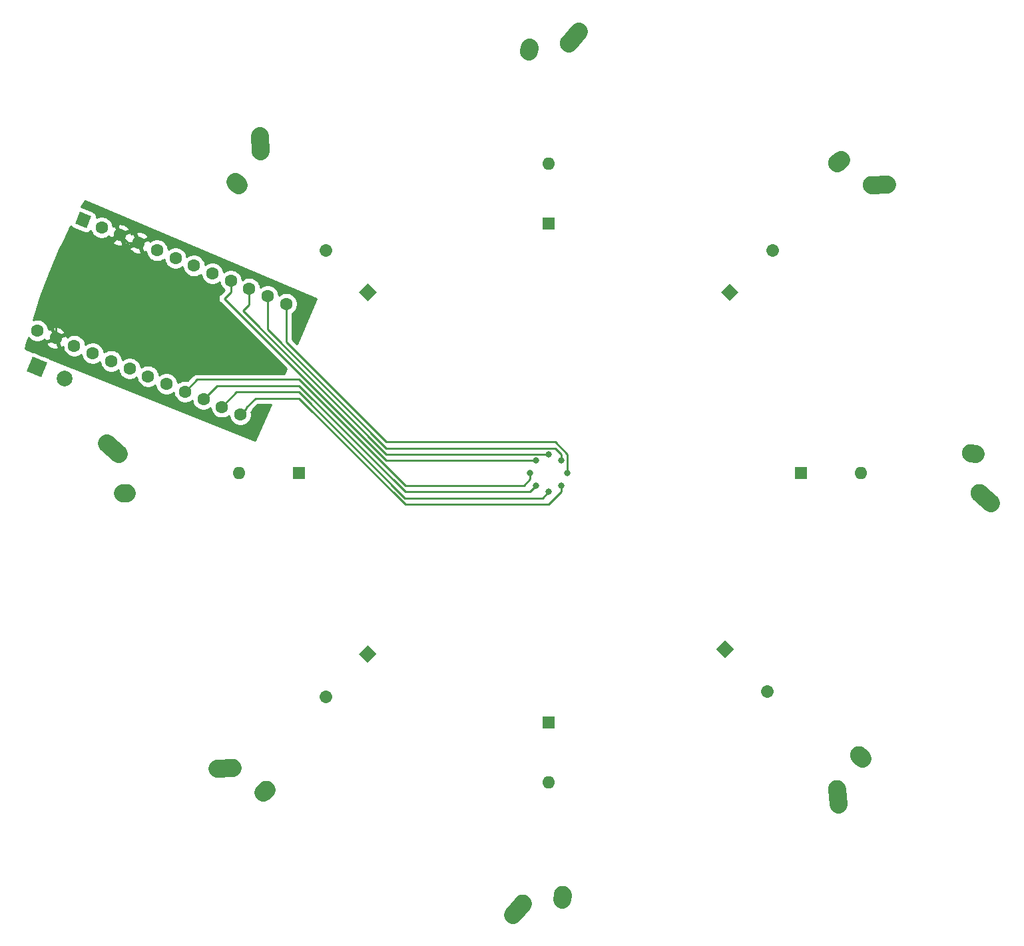
<source format=gbr>
G04 #@! TF.GenerationSoftware,KiCad,Pcbnew,(5.1.5)-3*
G04 #@! TF.CreationDate,2020-04-05T11:07:58-04:00*
G04 #@! TF.ProjectId,OctoPad,4f63746f-5061-4642-9e6b-696361645f70,rev?*
G04 #@! TF.SameCoordinates,Original*
G04 #@! TF.FileFunction,Copper,L2,Bot*
G04 #@! TF.FilePolarity,Positive*
%FSLAX46Y46*%
G04 Gerber Fmt 4.6, Leading zero omitted, Abs format (unit mm)*
G04 Created by KiCad (PCBNEW (5.1.5)-3) date 2020-04-05 11:07:58*
%MOMM*%
%LPD*%
G04 APERTURE LIST*
%ADD10C,1.998980*%
%ADD11C,0.100000*%
%ADD12C,2.250000*%
%ADD13C,2.250000*%
%ADD14C,1.600000*%
%ADD15C,1.600000*%
%ADD16O,1.600000X1.600000*%
%ADD17R,1.600000X1.600000*%
%ADD18C,0.800000*%
%ADD19C,0.250000*%
%ADD20C,0.254000*%
G04 APERTURE END LIST*
D10*
X97976231Y-102264274D03*
G04 #@! TA.AperFunction,ComponentPad*
D11*
G36*
X93150353Y-101347170D02*
G01*
X93915330Y-99500353D01*
X95762147Y-100265330D01*
X94997170Y-102112147D01*
X93150353Y-101347170D01*
G37*
G04 #@! TD.AperFunction*
D12*
X214281250Y-116800000D03*
D13*
X215741250Y-118110000D02*
X214281250Y-116799998D01*
D12*
X213201250Y-111760000D03*
D13*
X213781250Y-111800000D02*
X213201250Y-111760000D01*
D14*
X94508605Y-96150124D03*
X96855259Y-97122140D03*
X99201913Y-98094156D03*
X101548567Y-99066172D03*
X103895221Y-100038188D03*
X106241875Y-101010204D03*
X108588529Y-101982220D03*
X110935183Y-102954236D03*
X113281837Y-103926252D03*
X115628491Y-104898268D03*
X117975145Y-105870284D03*
X120321799Y-106842300D03*
X126153895Y-92762376D03*
X123807241Y-91790360D03*
X121460587Y-90818344D03*
X119113933Y-89846328D03*
X116767279Y-88874312D03*
X114420625Y-87902296D03*
X112073971Y-86930280D03*
X109727317Y-85958264D03*
X107380663Y-84986248D03*
X105034009Y-84014232D03*
X102687355Y-83042216D03*
G04 #@! TA.AperFunction,ComponentPad*
D11*
G36*
X99295451Y-82503157D02*
G01*
X99907744Y-81024950D01*
X101385951Y-81637243D01*
X100773658Y-83115450D01*
X99295451Y-82503157D01*
G37*
G04 #@! TD.AperFunction*
D12*
X196222556Y-154514340D03*
D13*
X196328622Y-156473026D02*
X196222558Y-154514340D01*
D12*
X199022699Y-150186846D03*
D13*
X199404536Y-150625253D02*
X199022698Y-150186847D01*
D12*
X200551840Y-77621194D03*
D13*
X202510526Y-77515128D02*
X200551840Y-77621192D01*
D12*
X196224346Y-74821051D03*
D13*
X196662753Y-74439214D02*
X196224347Y-74821052D01*
D12*
X162043750Y-59562500D03*
D13*
X163353750Y-58102500D02*
X162043748Y-59562500D01*
D12*
X157003750Y-60642500D03*
D13*
X157043750Y-60062500D02*
X157003750Y-60642500D01*
D12*
X122864944Y-73291910D03*
D13*
X122758878Y-71333224D02*
X122864942Y-73291910D01*
D12*
X120064801Y-77619404D03*
D13*
X119682964Y-77180997D02*
X120064802Y-77619403D01*
D12*
X104806250Y-111800000D03*
D13*
X103346250Y-110490000D02*
X104806250Y-111800002D01*
D12*
X105886250Y-116840000D03*
D13*
X105306250Y-116800000D02*
X105886250Y-116840000D01*
D12*
X119329410Y-151772556D03*
D13*
X117370724Y-151878622D02*
X119329410Y-151772558D01*
D12*
X123656904Y-154572699D03*
D13*
X123218497Y-154954536D02*
X123656903Y-154572698D01*
D12*
X156250000Y-169037500D03*
D13*
X154940000Y-170497500D02*
X156250002Y-169037500D01*
D12*
X161290000Y-167957500D03*
D13*
X161250000Y-168537500D02*
X161290000Y-167957500D01*
D15*
X187325000Y-142081250D02*
X187325000Y-142081250D01*
G04 #@! TA.AperFunction,ComponentPad*
D11*
G36*
X180805475Y-136693096D02*
G01*
X181936846Y-135561725D01*
X183068217Y-136693096D01*
X181936846Y-137824467D01*
X180805475Y-136693096D01*
G37*
G04 #@! TD.AperFunction*
D16*
X199231250Y-114300000D03*
D17*
X191611250Y-114300000D03*
D15*
X187950654Y-85893096D02*
X187950654Y-85893096D01*
G04 #@! TA.AperFunction,ComponentPad*
D11*
G36*
X182562500Y-92412621D02*
G01*
X181431129Y-91281250D01*
X182562500Y-90149879D01*
X183693871Y-91281250D01*
X182562500Y-92412621D01*
G37*
G04 #@! TD.AperFunction*
D16*
X159543750Y-74930000D03*
D17*
X159543750Y-82550000D03*
D15*
X131136846Y-85893096D02*
X131136846Y-85893096D01*
G04 #@! TA.AperFunction,ComponentPad*
D11*
G36*
X137656371Y-91281250D02*
G01*
X136525000Y-92412621D01*
X135393629Y-91281250D01*
X136525000Y-90149879D01*
X137656371Y-91281250D01*
G37*
G04 #@! TD.AperFunction*
D16*
X120173750Y-114300000D03*
D17*
X127793750Y-114300000D03*
D15*
X131136846Y-142706904D02*
X131136846Y-142706904D01*
G04 #@! TA.AperFunction,ComponentPad*
D11*
G36*
X136525000Y-136187379D02*
G01*
X137656371Y-137318750D01*
X136525000Y-138450121D01*
X135393629Y-137318750D01*
X136525000Y-136187379D01*
G37*
G04 #@! TD.AperFunction*
D16*
X159543750Y-153670000D03*
D17*
X159543750Y-146050000D03*
D18*
X159543750Y-116681250D03*
X157956250Y-115887500D03*
X157162500Y-114300000D03*
X157956250Y-112712500D03*
X159543750Y-111918750D03*
X161131250Y-112712500D03*
X161925000Y-114300000D03*
X161131250Y-115887500D03*
D19*
X117975145Y-105870284D02*
X119856250Y-103989179D01*
X119856250Y-103989179D02*
X127785821Y-103989179D01*
X127785821Y-103989179D02*
X141271642Y-117475000D01*
X141271642Y-117475000D02*
X158750000Y-117475000D01*
X158750000Y-117475000D02*
X159543750Y-116681250D01*
X157162500Y-116681250D02*
X157956250Y-115887500D01*
X127793750Y-103187500D02*
X141287500Y-116681250D01*
X115628491Y-104898268D02*
X117339259Y-103187500D01*
X141287500Y-116681250D02*
X157162500Y-116681250D01*
X117339259Y-103187500D02*
X127793750Y-103187500D01*
X127793750Y-102393750D02*
X140493750Y-115093750D01*
X113281837Y-103926252D02*
X114814339Y-102393750D01*
X114814339Y-102393750D02*
X127793750Y-102393750D01*
X140493750Y-115093750D02*
X141287500Y-115887500D01*
X141287500Y-115887500D02*
X155575000Y-115887500D01*
X157162500Y-114300000D02*
X157162500Y-115093750D01*
X157162500Y-115093750D02*
X156368750Y-115887500D01*
X156368750Y-115887500D02*
X155575000Y-115887500D01*
X157956250Y-112712500D02*
X138906250Y-112712500D01*
X138906250Y-112712500D02*
X118268750Y-92075000D01*
X119113933Y-91229817D02*
X119113933Y-89846328D01*
X118268750Y-92075000D02*
X119113933Y-91229817D01*
X159543750Y-111918750D02*
X138906250Y-111918750D01*
X138906250Y-111918750D02*
X120650000Y-93662500D01*
X121460587Y-92851913D02*
X121460587Y-90818344D01*
X120650000Y-93662500D02*
X121460587Y-92851913D01*
X160337500Y-111125000D02*
X161131250Y-111918750D01*
X161131250Y-111918750D02*
X161131250Y-112712500D01*
X138906250Y-111125000D02*
X160337500Y-111125000D01*
X123807241Y-91790360D02*
X123807241Y-96025991D01*
X123807241Y-96025991D02*
X138906250Y-111125000D01*
X126153895Y-97578895D02*
X126153895Y-92762376D01*
X138906250Y-110331250D02*
X126153895Y-97578895D01*
X161925000Y-114300000D02*
X161925000Y-111918750D01*
X161925000Y-111918750D02*
X160337500Y-110331250D01*
X160337500Y-110331250D02*
X138906250Y-110331250D01*
X121121798Y-106042301D02*
X121121798Y-105890702D01*
X120321799Y-106842300D02*
X121121798Y-106042301D01*
X127793750Y-104775000D02*
X141287500Y-118268750D01*
X121121798Y-105890702D02*
X122237500Y-104775000D01*
X122237500Y-104775000D02*
X127793750Y-104775000D01*
X141287500Y-118268750D02*
X159543750Y-118268750D01*
X159543750Y-118268750D02*
X161131250Y-116681250D01*
X161131250Y-116681250D02*
X161131250Y-115887500D01*
X106006025Y-84986248D02*
X105034009Y-84014232D01*
X107380663Y-84986248D02*
X106006025Y-84986248D01*
X96855259Y-92192982D02*
X105034009Y-84014232D01*
X96855259Y-97122140D02*
X96855259Y-92192982D01*
X96855259Y-97122140D02*
X96855259Y-96855259D01*
D20*
G36*
X130007474Y-92141795D02*
G01*
X127517814Y-97868013D01*
X126913895Y-97264094D01*
X126913895Y-93980419D01*
X127068654Y-93877013D01*
X127268532Y-93677135D01*
X127425575Y-93442103D01*
X127533748Y-93180950D01*
X127588895Y-92903711D01*
X127588895Y-92621041D01*
X127533748Y-92343802D01*
X127425575Y-92082649D01*
X127268532Y-91847617D01*
X127068654Y-91647739D01*
X126833622Y-91490696D01*
X126572469Y-91382523D01*
X126295230Y-91327376D01*
X126012560Y-91327376D01*
X125735321Y-91382523D01*
X125474168Y-91490696D01*
X125241651Y-91646059D01*
X125187094Y-91371786D01*
X125078921Y-91110633D01*
X124921878Y-90875601D01*
X124722000Y-90675723D01*
X124486968Y-90518680D01*
X124225815Y-90410507D01*
X123948576Y-90355360D01*
X123665906Y-90355360D01*
X123388667Y-90410507D01*
X123127514Y-90518680D01*
X122894997Y-90674043D01*
X122840440Y-90399770D01*
X122732267Y-90138617D01*
X122575224Y-89903585D01*
X122375346Y-89703707D01*
X122140314Y-89546664D01*
X121879161Y-89438491D01*
X121601922Y-89383344D01*
X121319252Y-89383344D01*
X121042013Y-89438491D01*
X120780860Y-89546664D01*
X120548343Y-89702027D01*
X120493786Y-89427754D01*
X120385613Y-89166601D01*
X120228570Y-88931569D01*
X120028692Y-88731691D01*
X119793660Y-88574648D01*
X119532507Y-88466475D01*
X119255268Y-88411328D01*
X118972598Y-88411328D01*
X118695359Y-88466475D01*
X118434206Y-88574648D01*
X118201689Y-88730011D01*
X118147132Y-88455738D01*
X118038959Y-88194585D01*
X117881916Y-87959553D01*
X117682038Y-87759675D01*
X117447006Y-87602632D01*
X117185853Y-87494459D01*
X116908614Y-87439312D01*
X116625944Y-87439312D01*
X116348705Y-87494459D01*
X116087552Y-87602632D01*
X115855035Y-87757995D01*
X115800478Y-87483722D01*
X115692305Y-87222569D01*
X115535262Y-86987537D01*
X115335384Y-86787659D01*
X115100352Y-86630616D01*
X114839199Y-86522443D01*
X114561960Y-86467296D01*
X114279290Y-86467296D01*
X114002051Y-86522443D01*
X113740898Y-86630616D01*
X113508381Y-86785979D01*
X113453824Y-86511706D01*
X113345651Y-86250553D01*
X113188608Y-86015521D01*
X112988730Y-85815643D01*
X112753698Y-85658600D01*
X112492545Y-85550427D01*
X112215306Y-85495280D01*
X111932636Y-85495280D01*
X111655397Y-85550427D01*
X111394244Y-85658600D01*
X111161727Y-85813963D01*
X111107170Y-85539690D01*
X110998997Y-85278537D01*
X110841954Y-85043505D01*
X110642076Y-84843627D01*
X110407044Y-84686584D01*
X110145891Y-84578411D01*
X109868652Y-84523264D01*
X109585982Y-84523264D01*
X109308743Y-84578411D01*
X109047590Y-84686584D01*
X108813703Y-84842862D01*
X108806963Y-84774432D01*
X108608959Y-84614935D01*
X107604867Y-85030844D01*
X107574412Y-85000389D01*
X107394804Y-85179997D01*
X107742329Y-85527522D01*
X107986641Y-86117343D01*
X108239433Y-86144571D01*
X108292317Y-86096656D01*
X108292317Y-86099599D01*
X108347464Y-86376838D01*
X108455637Y-86637991D01*
X108612680Y-86873023D01*
X108812558Y-87072901D01*
X109047590Y-87229944D01*
X109308743Y-87338117D01*
X109585982Y-87393264D01*
X109868652Y-87393264D01*
X110145891Y-87338117D01*
X110407044Y-87229944D01*
X110639561Y-87074581D01*
X110694118Y-87348854D01*
X110802291Y-87610007D01*
X110959334Y-87845039D01*
X111159212Y-88044917D01*
X111394244Y-88201960D01*
X111655397Y-88310133D01*
X111932636Y-88365280D01*
X112215306Y-88365280D01*
X112492545Y-88310133D01*
X112753698Y-88201960D01*
X112986215Y-88046597D01*
X113040772Y-88320870D01*
X113148945Y-88582023D01*
X113305988Y-88817055D01*
X113505866Y-89016933D01*
X113740898Y-89173976D01*
X114002051Y-89282149D01*
X114279290Y-89337296D01*
X114561960Y-89337296D01*
X114839199Y-89282149D01*
X115100352Y-89173976D01*
X115332869Y-89018613D01*
X115387426Y-89292886D01*
X115495599Y-89554039D01*
X115652642Y-89789071D01*
X115852520Y-89988949D01*
X116087552Y-90145992D01*
X116348705Y-90254165D01*
X116625944Y-90309312D01*
X116908614Y-90309312D01*
X117185853Y-90254165D01*
X117447006Y-90145992D01*
X117679523Y-89990629D01*
X117734080Y-90264902D01*
X117842253Y-90526055D01*
X117999296Y-90761087D01*
X118199174Y-90960965D01*
X118264401Y-91004548D01*
X117757752Y-91511197D01*
X117728749Y-91534999D01*
X117641449Y-91641374D01*
X117633776Y-91650724D01*
X117563204Y-91782754D01*
X117519748Y-91926015D01*
X117505074Y-92075000D01*
X117519748Y-92223985D01*
X117563204Y-92367246D01*
X117633776Y-92499276D01*
X117728749Y-92615001D01*
X117757753Y-92638804D01*
X126144828Y-101025880D01*
X125880537Y-101633750D01*
X114851661Y-101633750D01*
X114814338Y-101630074D01*
X114777015Y-101633750D01*
X114777006Y-101633750D01*
X114665353Y-101644747D01*
X114522092Y-101688204D01*
X114390062Y-101758776D01*
X114306422Y-101827418D01*
X114274338Y-101853749D01*
X114250540Y-101882747D01*
X113605723Y-102527564D01*
X113423172Y-102491252D01*
X113140502Y-102491252D01*
X112863263Y-102546399D01*
X112602110Y-102654572D01*
X112369593Y-102809935D01*
X112315036Y-102535662D01*
X112206863Y-102274509D01*
X112049820Y-102039477D01*
X111849942Y-101839599D01*
X111614910Y-101682556D01*
X111353757Y-101574383D01*
X111076518Y-101519236D01*
X110793848Y-101519236D01*
X110516609Y-101574383D01*
X110255456Y-101682556D01*
X110022939Y-101837919D01*
X109968382Y-101563646D01*
X109860209Y-101302493D01*
X109703166Y-101067461D01*
X109503288Y-100867583D01*
X109268256Y-100710540D01*
X109007103Y-100602367D01*
X108729864Y-100547220D01*
X108447194Y-100547220D01*
X108169955Y-100602367D01*
X107908802Y-100710540D01*
X107676285Y-100865903D01*
X107621728Y-100591630D01*
X107513555Y-100330477D01*
X107356512Y-100095445D01*
X107156634Y-99895567D01*
X106921602Y-99738524D01*
X106660449Y-99630351D01*
X106383210Y-99575204D01*
X106100540Y-99575204D01*
X105823301Y-99630351D01*
X105562148Y-99738524D01*
X105329631Y-99893887D01*
X105275074Y-99619614D01*
X105166901Y-99358461D01*
X105009858Y-99123429D01*
X104809980Y-98923551D01*
X104574948Y-98766508D01*
X104313795Y-98658335D01*
X104036556Y-98603188D01*
X103753886Y-98603188D01*
X103476647Y-98658335D01*
X103215494Y-98766508D01*
X102982977Y-98921871D01*
X102928420Y-98647598D01*
X102820247Y-98386445D01*
X102663204Y-98151413D01*
X102463326Y-97951535D01*
X102228294Y-97794492D01*
X101967141Y-97686319D01*
X101689902Y-97631172D01*
X101407232Y-97631172D01*
X101129993Y-97686319D01*
X100868840Y-97794492D01*
X100636323Y-97949855D01*
X100581766Y-97675582D01*
X100473593Y-97414429D01*
X100316550Y-97179397D01*
X100116672Y-96979519D01*
X99881640Y-96822476D01*
X99620487Y-96714303D01*
X99343248Y-96659156D01*
X99060578Y-96659156D01*
X98783339Y-96714303D01*
X98522186Y-96822476D01*
X98288299Y-96978754D01*
X98281559Y-96910324D01*
X98083555Y-96750827D01*
X97079463Y-97166736D01*
X97049008Y-97136281D01*
X96869400Y-97315889D01*
X97216925Y-97663414D01*
X97461237Y-98253235D01*
X97714029Y-98280463D01*
X97766913Y-98232548D01*
X97766913Y-98235491D01*
X97822060Y-98512730D01*
X97930233Y-98773883D01*
X98087276Y-99008915D01*
X98287154Y-99208793D01*
X98522186Y-99365836D01*
X98783339Y-99474009D01*
X99060578Y-99529156D01*
X99343248Y-99529156D01*
X99620487Y-99474009D01*
X99881640Y-99365836D01*
X100114157Y-99210473D01*
X100168714Y-99484746D01*
X100276887Y-99745899D01*
X100433930Y-99980931D01*
X100633808Y-100180809D01*
X100868840Y-100337852D01*
X101129993Y-100446025D01*
X101407232Y-100501172D01*
X101689902Y-100501172D01*
X101967141Y-100446025D01*
X102228294Y-100337852D01*
X102460811Y-100182489D01*
X102515368Y-100456762D01*
X102623541Y-100717915D01*
X102780584Y-100952947D01*
X102980462Y-101152825D01*
X103215494Y-101309868D01*
X103476647Y-101418041D01*
X103753886Y-101473188D01*
X104036556Y-101473188D01*
X104313795Y-101418041D01*
X104574948Y-101309868D01*
X104807465Y-101154505D01*
X104862022Y-101428778D01*
X104970195Y-101689931D01*
X105127238Y-101924963D01*
X105327116Y-102124841D01*
X105562148Y-102281884D01*
X105823301Y-102390057D01*
X106100540Y-102445204D01*
X106383210Y-102445204D01*
X106660449Y-102390057D01*
X106921602Y-102281884D01*
X107154119Y-102126521D01*
X107208676Y-102400794D01*
X107316849Y-102661947D01*
X107473892Y-102896979D01*
X107673770Y-103096857D01*
X107908802Y-103253900D01*
X108169955Y-103362073D01*
X108447194Y-103417220D01*
X108729864Y-103417220D01*
X109007103Y-103362073D01*
X109268256Y-103253900D01*
X109500773Y-103098537D01*
X109555330Y-103372810D01*
X109663503Y-103633963D01*
X109820546Y-103868995D01*
X110020424Y-104068873D01*
X110255456Y-104225916D01*
X110516609Y-104334089D01*
X110793848Y-104389236D01*
X111076518Y-104389236D01*
X111353757Y-104334089D01*
X111614910Y-104225916D01*
X111847427Y-104070553D01*
X111901984Y-104344826D01*
X112010157Y-104605979D01*
X112167200Y-104841011D01*
X112367078Y-105040889D01*
X112602110Y-105197932D01*
X112863263Y-105306105D01*
X113140502Y-105361252D01*
X113423172Y-105361252D01*
X113700411Y-105306105D01*
X113961564Y-105197932D01*
X114194081Y-105042569D01*
X114248638Y-105316842D01*
X114356811Y-105577995D01*
X114513854Y-105813027D01*
X114713732Y-106012905D01*
X114948764Y-106169948D01*
X115209917Y-106278121D01*
X115487156Y-106333268D01*
X115769826Y-106333268D01*
X116047065Y-106278121D01*
X116308218Y-106169948D01*
X116540735Y-106014585D01*
X116595292Y-106288858D01*
X116703465Y-106550011D01*
X116860508Y-106785043D01*
X117060386Y-106984921D01*
X117295418Y-107141964D01*
X117556571Y-107250137D01*
X117833810Y-107305284D01*
X118116480Y-107305284D01*
X118393719Y-107250137D01*
X118654872Y-107141964D01*
X118887389Y-106986601D01*
X118941946Y-107260874D01*
X119050119Y-107522027D01*
X119207162Y-107757059D01*
X119407040Y-107956937D01*
X119642072Y-108113980D01*
X119903225Y-108222153D01*
X120180464Y-108277300D01*
X120463134Y-108277300D01*
X120740373Y-108222153D01*
X121001526Y-108113980D01*
X121236558Y-107956937D01*
X121436436Y-107757059D01*
X121593479Y-107522027D01*
X121701652Y-107260874D01*
X121756799Y-106983635D01*
X121756799Y-106700965D01*
X121719266Y-106512278D01*
X121756771Y-106466578D01*
X121756772Y-106466577D01*
X121827344Y-106334548D01*
X121859823Y-106227479D01*
X122552302Y-105535000D01*
X124184341Y-105535000D01*
X122170192Y-110167543D01*
X96143574Y-99756896D01*
X96116641Y-99734792D01*
X96006326Y-99675828D01*
X95345741Y-99405530D01*
X95306154Y-99421928D01*
X94837473Y-99234455D01*
X94817744Y-99186826D01*
X94159509Y-98910852D01*
X94039811Y-98874541D01*
X93915330Y-98862281D01*
X93908676Y-98862936D01*
X92989519Y-98495274D01*
X93087166Y-98049907D01*
X93105801Y-97980910D01*
X95696936Y-97980910D01*
X95886730Y-98190386D01*
X96113745Y-98358811D01*
X96369256Y-98479711D01*
X96643444Y-98548440D01*
X96925772Y-98562357D01*
X97067075Y-98548440D01*
X97226572Y-98350436D01*
X96786527Y-97288073D01*
X95724164Y-97728118D01*
X95696936Y-97980910D01*
X93105801Y-97980910D01*
X93364945Y-97021447D01*
X93393968Y-97064883D01*
X93593846Y-97264761D01*
X93828878Y-97421804D01*
X94090031Y-97529977D01*
X94367270Y-97585124D01*
X94649940Y-97585124D01*
X94927179Y-97529977D01*
X95188332Y-97421804D01*
X95422219Y-97265526D01*
X95428959Y-97333956D01*
X95626963Y-97493453D01*
X96631055Y-97077544D01*
X96661510Y-97107999D01*
X96841118Y-96928391D01*
X96493593Y-96580866D01*
X96249281Y-95991045D01*
X95996489Y-95963817D01*
X95943605Y-96011732D01*
X95943605Y-96008789D01*
X95920741Y-95893844D01*
X96483946Y-95893844D01*
X96923991Y-96956207D01*
X97986354Y-96516162D01*
X98013582Y-96263370D01*
X97823788Y-96053894D01*
X97596773Y-95885469D01*
X97341262Y-95764569D01*
X97067074Y-95695840D01*
X96784746Y-95681923D01*
X96643443Y-95695840D01*
X96483946Y-95893844D01*
X95920741Y-95893844D01*
X95888458Y-95731550D01*
X95780285Y-95470397D01*
X95623242Y-95235365D01*
X95423364Y-95035487D01*
X95188332Y-94878444D01*
X94927179Y-94770271D01*
X94649940Y-94715124D01*
X94367270Y-94715124D01*
X94090031Y-94770271D01*
X93961685Y-94823434D01*
X94949119Y-91759441D01*
X96104108Y-88688382D01*
X97332113Y-85845018D01*
X106222340Y-85845018D01*
X106412134Y-86054494D01*
X106639149Y-86222919D01*
X106894660Y-86343819D01*
X107168848Y-86412548D01*
X107451176Y-86426465D01*
X107592479Y-86412548D01*
X107751976Y-86214544D01*
X107311931Y-85152181D01*
X106249568Y-85592226D01*
X106222340Y-85845018D01*
X97332113Y-85845018D01*
X97405010Y-85676232D01*
X97798627Y-84873002D01*
X103875686Y-84873002D01*
X104065480Y-85082478D01*
X104292495Y-85250903D01*
X104548006Y-85371803D01*
X104822194Y-85440532D01*
X105104522Y-85454449D01*
X105245825Y-85440532D01*
X105405322Y-85242528D01*
X104976799Y-84207981D01*
X105048150Y-84207981D01*
X105395675Y-84555506D01*
X105639987Y-85145327D01*
X105892779Y-85172555D01*
X105947011Y-85123418D01*
X105954363Y-85198064D01*
X106152367Y-85357561D01*
X107156459Y-84941652D01*
X107186914Y-84972107D01*
X107366522Y-84792499D01*
X107018997Y-84444974D01*
X106774685Y-83855153D01*
X106521893Y-83827925D01*
X106467661Y-83877062D01*
X106460309Y-83802416D01*
X106405111Y-83757952D01*
X107009350Y-83757952D01*
X107449395Y-84820315D01*
X108511758Y-84380270D01*
X108538986Y-84127478D01*
X108349192Y-83918002D01*
X108122177Y-83749577D01*
X107866666Y-83628677D01*
X107592478Y-83559948D01*
X107310150Y-83546031D01*
X107168847Y-83559948D01*
X107009350Y-83757952D01*
X106405111Y-83757952D01*
X106262305Y-83642919D01*
X105258213Y-84058828D01*
X105227758Y-84028373D01*
X105048150Y-84207981D01*
X104976799Y-84207981D01*
X104965277Y-84180165D01*
X103902914Y-84620210D01*
X103875686Y-84873002D01*
X97798627Y-84873002D01*
X98778265Y-82873919D01*
X98844266Y-82954342D01*
X98940957Y-83033695D01*
X99051272Y-83092659D01*
X100529479Y-83704952D01*
X100649176Y-83741262D01*
X100773658Y-83753522D01*
X100898140Y-83741262D01*
X101017838Y-83704952D01*
X101128152Y-83645987D01*
X101224843Y-83566635D01*
X101304196Y-83469944D01*
X101308195Y-83462463D01*
X101415675Y-83721943D01*
X101572718Y-83956975D01*
X101772596Y-84156853D01*
X102007628Y-84313896D01*
X102268781Y-84422069D01*
X102546020Y-84477216D01*
X102828690Y-84477216D01*
X103105929Y-84422069D01*
X103367082Y-84313896D01*
X103600969Y-84157618D01*
X103607709Y-84226048D01*
X103805713Y-84385545D01*
X104809805Y-83969636D01*
X104840260Y-84000091D01*
X105019868Y-83820483D01*
X104672343Y-83472958D01*
X104428031Y-82883137D01*
X104175239Y-82855909D01*
X104122355Y-82903824D01*
X104122355Y-82900881D01*
X104099491Y-82785936D01*
X104662696Y-82785936D01*
X105102741Y-83848299D01*
X106165104Y-83408254D01*
X106192332Y-83155462D01*
X106002538Y-82945986D01*
X105775523Y-82777561D01*
X105520012Y-82656661D01*
X105245824Y-82587932D01*
X104963496Y-82574015D01*
X104822193Y-82587932D01*
X104662696Y-82785936D01*
X104099491Y-82785936D01*
X104067208Y-82623642D01*
X103959035Y-82362489D01*
X103801992Y-82127457D01*
X103602114Y-81927579D01*
X103367082Y-81770536D01*
X103105929Y-81662363D01*
X102828690Y-81607216D01*
X102546020Y-81607216D01*
X102268781Y-81662363D01*
X102009300Y-81769843D01*
X102011763Y-81761725D01*
X102024023Y-81637243D01*
X102011763Y-81512761D01*
X101975453Y-81393063D01*
X101916488Y-81282749D01*
X101837136Y-81186058D01*
X101740445Y-81106705D01*
X101630130Y-81047741D01*
X100151923Y-80435448D01*
X100118656Y-80425356D01*
X100432256Y-79856213D01*
X100570718Y-79631174D01*
X130007474Y-92141795D01*
G37*
X130007474Y-92141795D02*
X127517814Y-97868013D01*
X126913895Y-97264094D01*
X126913895Y-93980419D01*
X127068654Y-93877013D01*
X127268532Y-93677135D01*
X127425575Y-93442103D01*
X127533748Y-93180950D01*
X127588895Y-92903711D01*
X127588895Y-92621041D01*
X127533748Y-92343802D01*
X127425575Y-92082649D01*
X127268532Y-91847617D01*
X127068654Y-91647739D01*
X126833622Y-91490696D01*
X126572469Y-91382523D01*
X126295230Y-91327376D01*
X126012560Y-91327376D01*
X125735321Y-91382523D01*
X125474168Y-91490696D01*
X125241651Y-91646059D01*
X125187094Y-91371786D01*
X125078921Y-91110633D01*
X124921878Y-90875601D01*
X124722000Y-90675723D01*
X124486968Y-90518680D01*
X124225815Y-90410507D01*
X123948576Y-90355360D01*
X123665906Y-90355360D01*
X123388667Y-90410507D01*
X123127514Y-90518680D01*
X122894997Y-90674043D01*
X122840440Y-90399770D01*
X122732267Y-90138617D01*
X122575224Y-89903585D01*
X122375346Y-89703707D01*
X122140314Y-89546664D01*
X121879161Y-89438491D01*
X121601922Y-89383344D01*
X121319252Y-89383344D01*
X121042013Y-89438491D01*
X120780860Y-89546664D01*
X120548343Y-89702027D01*
X120493786Y-89427754D01*
X120385613Y-89166601D01*
X120228570Y-88931569D01*
X120028692Y-88731691D01*
X119793660Y-88574648D01*
X119532507Y-88466475D01*
X119255268Y-88411328D01*
X118972598Y-88411328D01*
X118695359Y-88466475D01*
X118434206Y-88574648D01*
X118201689Y-88730011D01*
X118147132Y-88455738D01*
X118038959Y-88194585D01*
X117881916Y-87959553D01*
X117682038Y-87759675D01*
X117447006Y-87602632D01*
X117185853Y-87494459D01*
X116908614Y-87439312D01*
X116625944Y-87439312D01*
X116348705Y-87494459D01*
X116087552Y-87602632D01*
X115855035Y-87757995D01*
X115800478Y-87483722D01*
X115692305Y-87222569D01*
X115535262Y-86987537D01*
X115335384Y-86787659D01*
X115100352Y-86630616D01*
X114839199Y-86522443D01*
X114561960Y-86467296D01*
X114279290Y-86467296D01*
X114002051Y-86522443D01*
X113740898Y-86630616D01*
X113508381Y-86785979D01*
X113453824Y-86511706D01*
X113345651Y-86250553D01*
X113188608Y-86015521D01*
X112988730Y-85815643D01*
X112753698Y-85658600D01*
X112492545Y-85550427D01*
X112215306Y-85495280D01*
X111932636Y-85495280D01*
X111655397Y-85550427D01*
X111394244Y-85658600D01*
X111161727Y-85813963D01*
X111107170Y-85539690D01*
X110998997Y-85278537D01*
X110841954Y-85043505D01*
X110642076Y-84843627D01*
X110407044Y-84686584D01*
X110145891Y-84578411D01*
X109868652Y-84523264D01*
X109585982Y-84523264D01*
X109308743Y-84578411D01*
X109047590Y-84686584D01*
X108813703Y-84842862D01*
X108806963Y-84774432D01*
X108608959Y-84614935D01*
X107604867Y-85030844D01*
X107574412Y-85000389D01*
X107394804Y-85179997D01*
X107742329Y-85527522D01*
X107986641Y-86117343D01*
X108239433Y-86144571D01*
X108292317Y-86096656D01*
X108292317Y-86099599D01*
X108347464Y-86376838D01*
X108455637Y-86637991D01*
X108612680Y-86873023D01*
X108812558Y-87072901D01*
X109047590Y-87229944D01*
X109308743Y-87338117D01*
X109585982Y-87393264D01*
X109868652Y-87393264D01*
X110145891Y-87338117D01*
X110407044Y-87229944D01*
X110639561Y-87074581D01*
X110694118Y-87348854D01*
X110802291Y-87610007D01*
X110959334Y-87845039D01*
X111159212Y-88044917D01*
X111394244Y-88201960D01*
X111655397Y-88310133D01*
X111932636Y-88365280D01*
X112215306Y-88365280D01*
X112492545Y-88310133D01*
X112753698Y-88201960D01*
X112986215Y-88046597D01*
X113040772Y-88320870D01*
X113148945Y-88582023D01*
X113305988Y-88817055D01*
X113505866Y-89016933D01*
X113740898Y-89173976D01*
X114002051Y-89282149D01*
X114279290Y-89337296D01*
X114561960Y-89337296D01*
X114839199Y-89282149D01*
X115100352Y-89173976D01*
X115332869Y-89018613D01*
X115387426Y-89292886D01*
X115495599Y-89554039D01*
X115652642Y-89789071D01*
X115852520Y-89988949D01*
X116087552Y-90145992D01*
X116348705Y-90254165D01*
X116625944Y-90309312D01*
X116908614Y-90309312D01*
X117185853Y-90254165D01*
X117447006Y-90145992D01*
X117679523Y-89990629D01*
X117734080Y-90264902D01*
X117842253Y-90526055D01*
X117999296Y-90761087D01*
X118199174Y-90960965D01*
X118264401Y-91004548D01*
X117757752Y-91511197D01*
X117728749Y-91534999D01*
X117641449Y-91641374D01*
X117633776Y-91650724D01*
X117563204Y-91782754D01*
X117519748Y-91926015D01*
X117505074Y-92075000D01*
X117519748Y-92223985D01*
X117563204Y-92367246D01*
X117633776Y-92499276D01*
X117728749Y-92615001D01*
X117757753Y-92638804D01*
X126144828Y-101025880D01*
X125880537Y-101633750D01*
X114851661Y-101633750D01*
X114814338Y-101630074D01*
X114777015Y-101633750D01*
X114777006Y-101633750D01*
X114665353Y-101644747D01*
X114522092Y-101688204D01*
X114390062Y-101758776D01*
X114306422Y-101827418D01*
X114274338Y-101853749D01*
X114250540Y-101882747D01*
X113605723Y-102527564D01*
X113423172Y-102491252D01*
X113140502Y-102491252D01*
X112863263Y-102546399D01*
X112602110Y-102654572D01*
X112369593Y-102809935D01*
X112315036Y-102535662D01*
X112206863Y-102274509D01*
X112049820Y-102039477D01*
X111849942Y-101839599D01*
X111614910Y-101682556D01*
X111353757Y-101574383D01*
X111076518Y-101519236D01*
X110793848Y-101519236D01*
X110516609Y-101574383D01*
X110255456Y-101682556D01*
X110022939Y-101837919D01*
X109968382Y-101563646D01*
X109860209Y-101302493D01*
X109703166Y-101067461D01*
X109503288Y-100867583D01*
X109268256Y-100710540D01*
X109007103Y-100602367D01*
X108729864Y-100547220D01*
X108447194Y-100547220D01*
X108169955Y-100602367D01*
X107908802Y-100710540D01*
X107676285Y-100865903D01*
X107621728Y-100591630D01*
X107513555Y-100330477D01*
X107356512Y-100095445D01*
X107156634Y-99895567D01*
X106921602Y-99738524D01*
X106660449Y-99630351D01*
X106383210Y-99575204D01*
X106100540Y-99575204D01*
X105823301Y-99630351D01*
X105562148Y-99738524D01*
X105329631Y-99893887D01*
X105275074Y-99619614D01*
X105166901Y-99358461D01*
X105009858Y-99123429D01*
X104809980Y-98923551D01*
X104574948Y-98766508D01*
X104313795Y-98658335D01*
X104036556Y-98603188D01*
X103753886Y-98603188D01*
X103476647Y-98658335D01*
X103215494Y-98766508D01*
X102982977Y-98921871D01*
X102928420Y-98647598D01*
X102820247Y-98386445D01*
X102663204Y-98151413D01*
X102463326Y-97951535D01*
X102228294Y-97794492D01*
X101967141Y-97686319D01*
X101689902Y-97631172D01*
X101407232Y-97631172D01*
X101129993Y-97686319D01*
X100868840Y-97794492D01*
X100636323Y-97949855D01*
X100581766Y-97675582D01*
X100473593Y-97414429D01*
X100316550Y-97179397D01*
X100116672Y-96979519D01*
X99881640Y-96822476D01*
X99620487Y-96714303D01*
X99343248Y-96659156D01*
X99060578Y-96659156D01*
X98783339Y-96714303D01*
X98522186Y-96822476D01*
X98288299Y-96978754D01*
X98281559Y-96910324D01*
X98083555Y-96750827D01*
X97079463Y-97166736D01*
X97049008Y-97136281D01*
X96869400Y-97315889D01*
X97216925Y-97663414D01*
X97461237Y-98253235D01*
X97714029Y-98280463D01*
X97766913Y-98232548D01*
X97766913Y-98235491D01*
X97822060Y-98512730D01*
X97930233Y-98773883D01*
X98087276Y-99008915D01*
X98287154Y-99208793D01*
X98522186Y-99365836D01*
X98783339Y-99474009D01*
X99060578Y-99529156D01*
X99343248Y-99529156D01*
X99620487Y-99474009D01*
X99881640Y-99365836D01*
X100114157Y-99210473D01*
X100168714Y-99484746D01*
X100276887Y-99745899D01*
X100433930Y-99980931D01*
X100633808Y-100180809D01*
X100868840Y-100337852D01*
X101129993Y-100446025D01*
X101407232Y-100501172D01*
X101689902Y-100501172D01*
X101967141Y-100446025D01*
X102228294Y-100337852D01*
X102460811Y-100182489D01*
X102515368Y-100456762D01*
X102623541Y-100717915D01*
X102780584Y-100952947D01*
X102980462Y-101152825D01*
X103215494Y-101309868D01*
X103476647Y-101418041D01*
X103753886Y-101473188D01*
X104036556Y-101473188D01*
X104313795Y-101418041D01*
X104574948Y-101309868D01*
X104807465Y-101154505D01*
X104862022Y-101428778D01*
X104970195Y-101689931D01*
X105127238Y-101924963D01*
X105327116Y-102124841D01*
X105562148Y-102281884D01*
X105823301Y-102390057D01*
X106100540Y-102445204D01*
X106383210Y-102445204D01*
X106660449Y-102390057D01*
X106921602Y-102281884D01*
X107154119Y-102126521D01*
X107208676Y-102400794D01*
X107316849Y-102661947D01*
X107473892Y-102896979D01*
X107673770Y-103096857D01*
X107908802Y-103253900D01*
X108169955Y-103362073D01*
X108447194Y-103417220D01*
X108729864Y-103417220D01*
X109007103Y-103362073D01*
X109268256Y-103253900D01*
X109500773Y-103098537D01*
X109555330Y-103372810D01*
X109663503Y-103633963D01*
X109820546Y-103868995D01*
X110020424Y-104068873D01*
X110255456Y-104225916D01*
X110516609Y-104334089D01*
X110793848Y-104389236D01*
X111076518Y-104389236D01*
X111353757Y-104334089D01*
X111614910Y-104225916D01*
X111847427Y-104070553D01*
X111901984Y-104344826D01*
X112010157Y-104605979D01*
X112167200Y-104841011D01*
X112367078Y-105040889D01*
X112602110Y-105197932D01*
X112863263Y-105306105D01*
X113140502Y-105361252D01*
X113423172Y-105361252D01*
X113700411Y-105306105D01*
X113961564Y-105197932D01*
X114194081Y-105042569D01*
X114248638Y-105316842D01*
X114356811Y-105577995D01*
X114513854Y-105813027D01*
X114713732Y-106012905D01*
X114948764Y-106169948D01*
X115209917Y-106278121D01*
X115487156Y-106333268D01*
X115769826Y-106333268D01*
X116047065Y-106278121D01*
X116308218Y-106169948D01*
X116540735Y-106014585D01*
X116595292Y-106288858D01*
X116703465Y-106550011D01*
X116860508Y-106785043D01*
X117060386Y-106984921D01*
X117295418Y-107141964D01*
X117556571Y-107250137D01*
X117833810Y-107305284D01*
X118116480Y-107305284D01*
X118393719Y-107250137D01*
X118654872Y-107141964D01*
X118887389Y-106986601D01*
X118941946Y-107260874D01*
X119050119Y-107522027D01*
X119207162Y-107757059D01*
X119407040Y-107956937D01*
X119642072Y-108113980D01*
X119903225Y-108222153D01*
X120180464Y-108277300D01*
X120463134Y-108277300D01*
X120740373Y-108222153D01*
X121001526Y-108113980D01*
X121236558Y-107956937D01*
X121436436Y-107757059D01*
X121593479Y-107522027D01*
X121701652Y-107260874D01*
X121756799Y-106983635D01*
X121756799Y-106700965D01*
X121719266Y-106512278D01*
X121756771Y-106466578D01*
X121756772Y-106466577D01*
X121827344Y-106334548D01*
X121859823Y-106227479D01*
X122552302Y-105535000D01*
X124184341Y-105535000D01*
X122170192Y-110167543D01*
X96143574Y-99756896D01*
X96116641Y-99734792D01*
X96006326Y-99675828D01*
X95345741Y-99405530D01*
X95306154Y-99421928D01*
X94837473Y-99234455D01*
X94817744Y-99186826D01*
X94159509Y-98910852D01*
X94039811Y-98874541D01*
X93915330Y-98862281D01*
X93908676Y-98862936D01*
X92989519Y-98495274D01*
X93087166Y-98049907D01*
X93105801Y-97980910D01*
X95696936Y-97980910D01*
X95886730Y-98190386D01*
X96113745Y-98358811D01*
X96369256Y-98479711D01*
X96643444Y-98548440D01*
X96925772Y-98562357D01*
X97067075Y-98548440D01*
X97226572Y-98350436D01*
X96786527Y-97288073D01*
X95724164Y-97728118D01*
X95696936Y-97980910D01*
X93105801Y-97980910D01*
X93364945Y-97021447D01*
X93393968Y-97064883D01*
X93593846Y-97264761D01*
X93828878Y-97421804D01*
X94090031Y-97529977D01*
X94367270Y-97585124D01*
X94649940Y-97585124D01*
X94927179Y-97529977D01*
X95188332Y-97421804D01*
X95422219Y-97265526D01*
X95428959Y-97333956D01*
X95626963Y-97493453D01*
X96631055Y-97077544D01*
X96661510Y-97107999D01*
X96841118Y-96928391D01*
X96493593Y-96580866D01*
X96249281Y-95991045D01*
X95996489Y-95963817D01*
X95943605Y-96011732D01*
X95943605Y-96008789D01*
X95920741Y-95893844D01*
X96483946Y-95893844D01*
X96923991Y-96956207D01*
X97986354Y-96516162D01*
X98013582Y-96263370D01*
X97823788Y-96053894D01*
X97596773Y-95885469D01*
X97341262Y-95764569D01*
X97067074Y-95695840D01*
X96784746Y-95681923D01*
X96643443Y-95695840D01*
X96483946Y-95893844D01*
X95920741Y-95893844D01*
X95888458Y-95731550D01*
X95780285Y-95470397D01*
X95623242Y-95235365D01*
X95423364Y-95035487D01*
X95188332Y-94878444D01*
X94927179Y-94770271D01*
X94649940Y-94715124D01*
X94367270Y-94715124D01*
X94090031Y-94770271D01*
X93961685Y-94823434D01*
X94949119Y-91759441D01*
X96104108Y-88688382D01*
X97332113Y-85845018D01*
X106222340Y-85845018D01*
X106412134Y-86054494D01*
X106639149Y-86222919D01*
X106894660Y-86343819D01*
X107168848Y-86412548D01*
X107451176Y-86426465D01*
X107592479Y-86412548D01*
X107751976Y-86214544D01*
X107311931Y-85152181D01*
X106249568Y-85592226D01*
X106222340Y-85845018D01*
X97332113Y-85845018D01*
X97405010Y-85676232D01*
X97798627Y-84873002D01*
X103875686Y-84873002D01*
X104065480Y-85082478D01*
X104292495Y-85250903D01*
X104548006Y-85371803D01*
X104822194Y-85440532D01*
X105104522Y-85454449D01*
X105245825Y-85440532D01*
X105405322Y-85242528D01*
X104976799Y-84207981D01*
X105048150Y-84207981D01*
X105395675Y-84555506D01*
X105639987Y-85145327D01*
X105892779Y-85172555D01*
X105947011Y-85123418D01*
X105954363Y-85198064D01*
X106152367Y-85357561D01*
X107156459Y-84941652D01*
X107186914Y-84972107D01*
X107366522Y-84792499D01*
X107018997Y-84444974D01*
X106774685Y-83855153D01*
X106521893Y-83827925D01*
X106467661Y-83877062D01*
X106460309Y-83802416D01*
X106405111Y-83757952D01*
X107009350Y-83757952D01*
X107449395Y-84820315D01*
X108511758Y-84380270D01*
X108538986Y-84127478D01*
X108349192Y-83918002D01*
X108122177Y-83749577D01*
X107866666Y-83628677D01*
X107592478Y-83559948D01*
X107310150Y-83546031D01*
X107168847Y-83559948D01*
X107009350Y-83757952D01*
X106405111Y-83757952D01*
X106262305Y-83642919D01*
X105258213Y-84058828D01*
X105227758Y-84028373D01*
X105048150Y-84207981D01*
X104976799Y-84207981D01*
X104965277Y-84180165D01*
X103902914Y-84620210D01*
X103875686Y-84873002D01*
X97798627Y-84873002D01*
X98778265Y-82873919D01*
X98844266Y-82954342D01*
X98940957Y-83033695D01*
X99051272Y-83092659D01*
X100529479Y-83704952D01*
X100649176Y-83741262D01*
X100773658Y-83753522D01*
X100898140Y-83741262D01*
X101017838Y-83704952D01*
X101128152Y-83645987D01*
X101224843Y-83566635D01*
X101304196Y-83469944D01*
X101308195Y-83462463D01*
X101415675Y-83721943D01*
X101572718Y-83956975D01*
X101772596Y-84156853D01*
X102007628Y-84313896D01*
X102268781Y-84422069D01*
X102546020Y-84477216D01*
X102828690Y-84477216D01*
X103105929Y-84422069D01*
X103367082Y-84313896D01*
X103600969Y-84157618D01*
X103607709Y-84226048D01*
X103805713Y-84385545D01*
X104809805Y-83969636D01*
X104840260Y-84000091D01*
X105019868Y-83820483D01*
X104672343Y-83472958D01*
X104428031Y-82883137D01*
X104175239Y-82855909D01*
X104122355Y-82903824D01*
X104122355Y-82900881D01*
X104099491Y-82785936D01*
X104662696Y-82785936D01*
X105102741Y-83848299D01*
X106165104Y-83408254D01*
X106192332Y-83155462D01*
X106002538Y-82945986D01*
X105775523Y-82777561D01*
X105520012Y-82656661D01*
X105245824Y-82587932D01*
X104963496Y-82574015D01*
X104822193Y-82587932D01*
X104662696Y-82785936D01*
X104099491Y-82785936D01*
X104067208Y-82623642D01*
X103959035Y-82362489D01*
X103801992Y-82127457D01*
X103602114Y-81927579D01*
X103367082Y-81770536D01*
X103105929Y-81662363D01*
X102828690Y-81607216D01*
X102546020Y-81607216D01*
X102268781Y-81662363D01*
X102009300Y-81769843D01*
X102011763Y-81761725D01*
X102024023Y-81637243D01*
X102011763Y-81512761D01*
X101975453Y-81393063D01*
X101916488Y-81282749D01*
X101837136Y-81186058D01*
X101740445Y-81106705D01*
X101630130Y-81047741D01*
X100151923Y-80435448D01*
X100118656Y-80425356D01*
X100432256Y-79856213D01*
X100570718Y-79631174D01*
X130007474Y-92141795D01*
M02*

</source>
